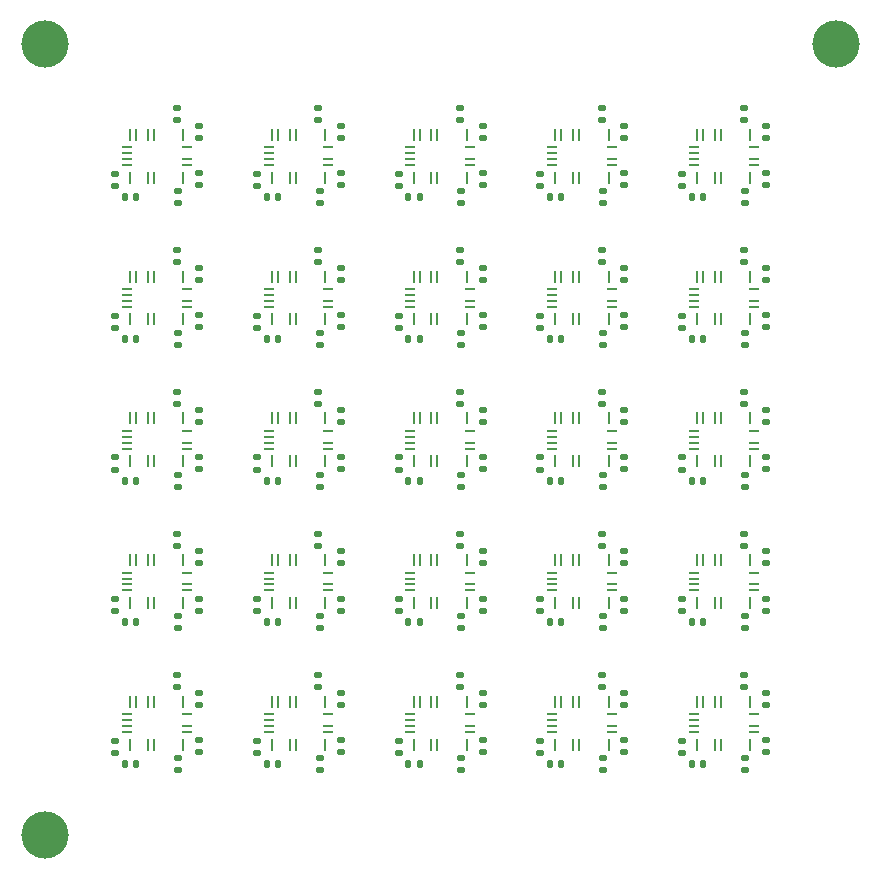
<source format=gbr>
%TF.GenerationSoftware,KiCad,Pcbnew,7.0.6-1.fc38*%
%TF.CreationDate,2023-07-26T15:00:37-04:00*%
%TF.ProjectId,bno085-i2c-board-v4-panel,626e6f30-3835-42d6-9932-632d626f6172,rev?*%
%TF.SameCoordinates,Original*%
%TF.FileFunction,Paste,Top*%
%TF.FilePolarity,Positive*%
%FSLAX46Y46*%
G04 Gerber Fmt 4.6, Leading zero omitted, Abs format (unit mm)*
G04 Created by KiCad (PCBNEW 7.0.6-1.fc38) date 2023-07-26 15:00:37*
%MOMM*%
%LPD*%
G01*
G04 APERTURE LIST*
G04 Aperture macros list*
%AMRoundRect*
0 Rectangle with rounded corners*
0 $1 Rounding radius*
0 $2 $3 $4 $5 $6 $7 $8 $9 X,Y pos of 4 corners*
0 Add a 4 corners polygon primitive as box body*
4,1,4,$2,$3,$4,$5,$6,$7,$8,$9,$2,$3,0*
0 Add four circle primitives for the rounded corners*
1,1,$1+$1,$2,$3*
1,1,$1+$1,$4,$5*
1,1,$1+$1,$6,$7*
1,1,$1+$1,$8,$9*
0 Add four rect primitives between the rounded corners*
20,1,$1+$1,$2,$3,$4,$5,0*
20,1,$1+$1,$4,$5,$6,$7,0*
20,1,$1+$1,$6,$7,$8,$9,0*
20,1,$1+$1,$8,$9,$2,$3,0*%
G04 Aperture macros list end*
%ADD10RoundRect,0.135000X-0.185000X0.135000X-0.185000X-0.135000X0.185000X-0.135000X0.185000X0.135000X0*%
%ADD11R,0.254000X0.975000*%
%ADD12R,0.950000X0.254000*%
%ADD13RoundRect,0.140000X0.140000X0.170000X-0.140000X0.170000X-0.140000X-0.170000X0.140000X-0.170000X0*%
%ADD14RoundRect,0.135000X0.185000X-0.135000X0.185000X0.135000X-0.185000X0.135000X-0.185000X-0.135000X0*%
%ADD15C,4.000000*%
G04 APERTURE END LIST*
D10*
%TO.C,R5*%
X63579999Y-33450004D03*
X63579999Y-34470004D03*
%TD*%
D11*
%TO.C,U1*%
X21749999Y-46187504D03*
D12*
X21474999Y-47250004D03*
X21474999Y-47750004D03*
X21474999Y-48250004D03*
X21474999Y-48750004D03*
D11*
X21749999Y-49812504D03*
X23249999Y-49812504D03*
X23749999Y-49812504D03*
X26249999Y-49812504D03*
D12*
X26524999Y-48750004D03*
X26524999Y-48250004D03*
X26524999Y-47250004D03*
D11*
X26249999Y-46187504D03*
X23749999Y-46187504D03*
X23249999Y-46187504D03*
X22249999Y-46187504D03*
%TD*%
D10*
%TO.C,R3*%
X20479999Y-61502707D03*
X20479999Y-62522707D03*
%TD*%
%TO.C,R5*%
X15579999Y-45450004D03*
X15579999Y-46470004D03*
%TD*%
D11*
%TO.C,U1*%
X45749999Y-34187504D03*
D12*
X45474999Y-35250004D03*
X45474999Y-35750004D03*
X45474999Y-36250004D03*
X45474999Y-36750004D03*
D11*
X45749999Y-37812504D03*
X47249999Y-37812504D03*
X47749999Y-37812504D03*
X50249999Y-37812504D03*
D12*
X50524999Y-36750004D03*
X50524999Y-36250004D03*
X50524999Y-35250004D03*
D11*
X50249999Y-34187504D03*
X47749999Y-34187504D03*
X47249999Y-34187504D03*
X46249999Y-34187504D03*
%TD*%
D10*
%TO.C,R3*%
X20479999Y-13502707D03*
X20479999Y-14522707D03*
%TD*%
%TO.C,R5*%
X63579999Y-9450004D03*
X63579999Y-10470004D03*
%TD*%
D13*
%TO.C,C1*%
X46259999Y-39460004D03*
X45299999Y-39460004D03*
%TD*%
D10*
%TO.C,R3*%
X44479999Y-61502707D03*
X44479999Y-62522707D03*
%TD*%
D14*
%TO.C,R1*%
X25779999Y-39970004D03*
X25779999Y-38950004D03*
%TD*%
%TO.C,R4*%
X25679999Y-8970004D03*
X25679999Y-7950004D03*
%TD*%
D10*
%TO.C,R2*%
X27579999Y-37450004D03*
X27579999Y-38470004D03*
%TD*%
%TO.C,R2*%
X27579999Y-49450004D03*
X27579999Y-50470004D03*
%TD*%
D11*
%TO.C,U1*%
X21749999Y-22187504D03*
D12*
X21474999Y-23250004D03*
X21474999Y-23750004D03*
X21474999Y-24250004D03*
X21474999Y-24750004D03*
D11*
X21749999Y-25812504D03*
X23249999Y-25812504D03*
X23749999Y-25812504D03*
X26249999Y-25812504D03*
D12*
X26524999Y-24750004D03*
X26524999Y-24250004D03*
X26524999Y-23250004D03*
D11*
X26249999Y-22187504D03*
X23749999Y-22187504D03*
X23249999Y-22187504D03*
X22249999Y-22187504D03*
%TD*%
D14*
%TO.C,R1*%
X61779999Y-27970004D03*
X61779999Y-26950004D03*
%TD*%
D13*
%TO.C,C1*%
X58259999Y-63460004D03*
X57299999Y-63460004D03*
%TD*%
D11*
%TO.C,U1*%
X45749999Y-22187504D03*
D12*
X45474999Y-23250004D03*
X45474999Y-23750004D03*
X45474999Y-24250004D03*
X45474999Y-24750004D03*
D11*
X45749999Y-25812504D03*
X47249999Y-25812504D03*
X47749999Y-25812504D03*
X50249999Y-25812504D03*
D12*
X50524999Y-24750004D03*
X50524999Y-24250004D03*
X50524999Y-23250004D03*
D11*
X50249999Y-22187504D03*
X47749999Y-22187504D03*
X47249999Y-22187504D03*
X46249999Y-22187504D03*
%TD*%
D10*
%TO.C,R3*%
X56479999Y-37502707D03*
X56479999Y-38522707D03*
%TD*%
D13*
%TO.C,C1*%
X22259999Y-15460004D03*
X21299999Y-15460004D03*
%TD*%
D10*
%TO.C,R3*%
X32479999Y-49502707D03*
X32479999Y-50522707D03*
%TD*%
D13*
%TO.C,C1*%
X10259999Y-39460004D03*
X9299999Y-39460004D03*
%TD*%
D11*
%TO.C,U1*%
X9749999Y-46187504D03*
D12*
X9474999Y-47250004D03*
X9474999Y-47750004D03*
X9474999Y-48250004D03*
X9474999Y-48750004D03*
D11*
X9749999Y-49812504D03*
X11249999Y-49812504D03*
X11749999Y-49812504D03*
X14249999Y-49812504D03*
D12*
X14524999Y-48750004D03*
X14524999Y-48250004D03*
X14524999Y-47250004D03*
D11*
X14249999Y-46187504D03*
X11749999Y-46187504D03*
X11249999Y-46187504D03*
X10249999Y-46187504D03*
%TD*%
D14*
%TO.C,R4*%
X49679999Y-20970004D03*
X49679999Y-19950004D03*
%TD*%
D10*
%TO.C,R5*%
X39579999Y-45450004D03*
X39579999Y-46470004D03*
%TD*%
D15*
%TO.C,REF\u002A\u002A*%
X69499999Y-2500000D03*
%TD*%
D11*
%TO.C,U1*%
X9749999Y-10187504D03*
D12*
X9474999Y-11250004D03*
X9474999Y-11750004D03*
X9474999Y-12250004D03*
X9474999Y-12750004D03*
D11*
X9749999Y-13812504D03*
X11249999Y-13812504D03*
X11749999Y-13812504D03*
X14249999Y-13812504D03*
D12*
X14524999Y-12750004D03*
X14524999Y-12250004D03*
X14524999Y-11250004D03*
D11*
X14249999Y-10187504D03*
X11749999Y-10187504D03*
X11249999Y-10187504D03*
X10249999Y-10187504D03*
%TD*%
D13*
%TO.C,C1*%
X22259999Y-39460004D03*
X21299999Y-39460004D03*
%TD*%
D10*
%TO.C,R5*%
X27579999Y-45450004D03*
X27579999Y-46470004D03*
%TD*%
D14*
%TO.C,R4*%
X13679999Y-44970004D03*
X13679999Y-43950004D03*
%TD*%
%TO.C,R1*%
X49779999Y-63970004D03*
X49779999Y-62950004D03*
%TD*%
D11*
%TO.C,U1*%
X33749999Y-22187504D03*
D12*
X33474999Y-23250004D03*
X33474999Y-23750004D03*
X33474999Y-24250004D03*
X33474999Y-24750004D03*
D11*
X33749999Y-25812504D03*
X35249999Y-25812504D03*
X35749999Y-25812504D03*
X38249999Y-25812504D03*
D12*
X38524999Y-24750004D03*
X38524999Y-24250004D03*
X38524999Y-23250004D03*
D11*
X38249999Y-22187504D03*
X35749999Y-22187504D03*
X35249999Y-22187504D03*
X34249999Y-22187504D03*
%TD*%
D10*
%TO.C,R2*%
X27579999Y-61450004D03*
X27579999Y-62470004D03*
%TD*%
%TO.C,R5*%
X15579999Y-21450004D03*
X15579999Y-22470004D03*
%TD*%
D14*
%TO.C,R1*%
X37779999Y-39970004D03*
X37779999Y-38950004D03*
%TD*%
D13*
%TO.C,C1*%
X22259999Y-51460004D03*
X21299999Y-51460004D03*
%TD*%
D10*
%TO.C,R5*%
X39579999Y-21450004D03*
X39579999Y-22470004D03*
%TD*%
%TO.C,R5*%
X51579999Y-33450004D03*
X51579999Y-34470004D03*
%TD*%
%TO.C,R5*%
X63579999Y-21450004D03*
X63579999Y-22470004D03*
%TD*%
%TO.C,R2*%
X39579999Y-49450004D03*
X39579999Y-50470004D03*
%TD*%
D13*
%TO.C,C1*%
X34259999Y-27460004D03*
X33299999Y-27460004D03*
%TD*%
D10*
%TO.C,R3*%
X20479999Y-25502707D03*
X20479999Y-26522707D03*
%TD*%
%TO.C,R3*%
X56479999Y-25502707D03*
X56479999Y-26522707D03*
%TD*%
%TO.C,R5*%
X51579999Y-21450004D03*
X51579999Y-22470004D03*
%TD*%
D11*
%TO.C,U1*%
X57749999Y-22187504D03*
D12*
X57474999Y-23250004D03*
X57474999Y-23750004D03*
X57474999Y-24250004D03*
X57474999Y-24750004D03*
D11*
X57749999Y-25812504D03*
X59249999Y-25812504D03*
X59749999Y-25812504D03*
X62249999Y-25812504D03*
D12*
X62524999Y-24750004D03*
X62524999Y-24250004D03*
X62524999Y-23250004D03*
D11*
X62249999Y-22187504D03*
X59749999Y-22187504D03*
X59249999Y-22187504D03*
X58249999Y-22187504D03*
%TD*%
D10*
%TO.C,R2*%
X51579999Y-25450004D03*
X51579999Y-26470004D03*
%TD*%
%TO.C,R2*%
X15579999Y-25450004D03*
X15579999Y-26470004D03*
%TD*%
D14*
%TO.C,R1*%
X13779999Y-63970004D03*
X13779999Y-62950004D03*
%TD*%
D10*
%TO.C,R2*%
X15579999Y-61450004D03*
X15579999Y-62470004D03*
%TD*%
D14*
%TO.C,R4*%
X37679999Y-8970004D03*
X37679999Y-7950004D03*
%TD*%
D15*
%TO.C,REF\u002A\u002A*%
X2500000Y-2500000D03*
%TD*%
D10*
%TO.C,R2*%
X39579999Y-61450004D03*
X39579999Y-62470004D03*
%TD*%
D13*
%TO.C,C1*%
X10259999Y-27460004D03*
X9299999Y-27460004D03*
%TD*%
D10*
%TO.C,R2*%
X63579999Y-61450004D03*
X63579999Y-62470004D03*
%TD*%
%TO.C,R2*%
X27579999Y-13450004D03*
X27579999Y-14470004D03*
%TD*%
D11*
%TO.C,U1*%
X45749999Y-58187504D03*
D12*
X45474999Y-59250004D03*
X45474999Y-59750004D03*
X45474999Y-60250004D03*
X45474999Y-60750004D03*
D11*
X45749999Y-61812504D03*
X47249999Y-61812504D03*
X47749999Y-61812504D03*
X50249999Y-61812504D03*
D12*
X50524999Y-60750004D03*
X50524999Y-60250004D03*
X50524999Y-59250004D03*
D11*
X50249999Y-58187504D03*
X47749999Y-58187504D03*
X47249999Y-58187504D03*
X46249999Y-58187504D03*
%TD*%
D10*
%TO.C,R3*%
X44479999Y-37502707D03*
X44479999Y-38522707D03*
%TD*%
D13*
%TO.C,C1*%
X58259999Y-15460004D03*
X57299999Y-15460004D03*
%TD*%
D14*
%TO.C,R1*%
X49779999Y-39970004D03*
X49779999Y-38950004D03*
%TD*%
%TO.C,R4*%
X61679999Y-20970004D03*
X61679999Y-19950004D03*
%TD*%
D10*
%TO.C,R3*%
X32479999Y-25502707D03*
X32479999Y-26522707D03*
%TD*%
D14*
%TO.C,R4*%
X13679999Y-32970004D03*
X13679999Y-31950004D03*
%TD*%
%TO.C,R1*%
X37779999Y-63970004D03*
X37779999Y-62950004D03*
%TD*%
D10*
%TO.C,R5*%
X27579999Y-21450004D03*
X27579999Y-22470004D03*
%TD*%
D14*
%TO.C,R4*%
X49679999Y-8970004D03*
X49679999Y-7950004D03*
%TD*%
D10*
%TO.C,R3*%
X32479999Y-37502707D03*
X32479999Y-38522707D03*
%TD*%
D14*
%TO.C,R1*%
X13779999Y-39970004D03*
X13779999Y-38950004D03*
%TD*%
%TO.C,R1*%
X25779999Y-63970004D03*
X25779999Y-62950004D03*
%TD*%
D13*
%TO.C,C1*%
X34259999Y-63460004D03*
X33299999Y-63460004D03*
%TD*%
D10*
%TO.C,R2*%
X63579999Y-49450004D03*
X63579999Y-50470004D03*
%TD*%
D11*
%TO.C,U1*%
X9749999Y-34187504D03*
D12*
X9474999Y-35250004D03*
X9474999Y-35750004D03*
X9474999Y-36250004D03*
X9474999Y-36750004D03*
D11*
X9749999Y-37812504D03*
X11249999Y-37812504D03*
X11749999Y-37812504D03*
X14249999Y-37812504D03*
D12*
X14524999Y-36750004D03*
X14524999Y-36250004D03*
X14524999Y-35250004D03*
D11*
X14249999Y-34187504D03*
X11749999Y-34187504D03*
X11249999Y-34187504D03*
X10249999Y-34187504D03*
%TD*%
D14*
%TO.C,R1*%
X25779999Y-51970004D03*
X25779999Y-50950004D03*
%TD*%
D10*
%TO.C,R3*%
X44479999Y-25502707D03*
X44479999Y-26522707D03*
%TD*%
D11*
%TO.C,U1*%
X21749999Y-58187504D03*
D12*
X21474999Y-59250004D03*
X21474999Y-59750004D03*
X21474999Y-60250004D03*
X21474999Y-60750004D03*
D11*
X21749999Y-61812504D03*
X23249999Y-61812504D03*
X23749999Y-61812504D03*
X26249999Y-61812504D03*
D12*
X26524999Y-60750004D03*
X26524999Y-60250004D03*
X26524999Y-59250004D03*
D11*
X26249999Y-58187504D03*
X23749999Y-58187504D03*
X23249999Y-58187504D03*
X22249999Y-58187504D03*
%TD*%
D10*
%TO.C,R3*%
X8479999Y-13502707D03*
X8479999Y-14522707D03*
%TD*%
D13*
%TO.C,C1*%
X10259999Y-51460004D03*
X9299999Y-51460004D03*
%TD*%
D10*
%TO.C,R2*%
X51579999Y-61450004D03*
X51579999Y-62470004D03*
%TD*%
D14*
%TO.C,R4*%
X37679999Y-20970004D03*
X37679999Y-19950004D03*
%TD*%
D10*
%TO.C,R2*%
X63579999Y-25450004D03*
X63579999Y-26470004D03*
%TD*%
D15*
%TO.C,REF\u002A\u002A*%
X2500000Y-69500004D03*
%TD*%
D14*
%TO.C,R4*%
X13679999Y-56970004D03*
X13679999Y-55950004D03*
%TD*%
%TO.C,R4*%
X25679999Y-32970004D03*
X25679999Y-31950004D03*
%TD*%
%TO.C,R1*%
X25779999Y-27970004D03*
X25779999Y-26950004D03*
%TD*%
D13*
%TO.C,C1*%
X46259999Y-51460004D03*
X45299999Y-51460004D03*
%TD*%
D10*
%TO.C,R5*%
X15579999Y-57450004D03*
X15579999Y-58470004D03*
%TD*%
D14*
%TO.C,R1*%
X13779999Y-51970004D03*
X13779999Y-50950004D03*
%TD*%
%TO.C,R4*%
X25679999Y-56970004D03*
X25679999Y-55950004D03*
%TD*%
D10*
%TO.C,R3*%
X56479999Y-13502707D03*
X56479999Y-14522707D03*
%TD*%
%TO.C,R2*%
X39579999Y-25450004D03*
X39579999Y-26470004D03*
%TD*%
D11*
%TO.C,U1*%
X33749999Y-10187504D03*
D12*
X33474999Y-11250004D03*
X33474999Y-11750004D03*
X33474999Y-12250004D03*
X33474999Y-12750004D03*
D11*
X33749999Y-13812504D03*
X35249999Y-13812504D03*
X35749999Y-13812504D03*
X38249999Y-13812504D03*
D12*
X38524999Y-12750004D03*
X38524999Y-12250004D03*
X38524999Y-11250004D03*
D11*
X38249999Y-10187504D03*
X35749999Y-10187504D03*
X35249999Y-10187504D03*
X34249999Y-10187504D03*
%TD*%
D10*
%TO.C,R3*%
X8479999Y-25502707D03*
X8479999Y-26522707D03*
%TD*%
D13*
%TO.C,C1*%
X58259999Y-39460004D03*
X57299999Y-39460004D03*
%TD*%
D10*
%TO.C,R5*%
X63579999Y-45450004D03*
X63579999Y-46470004D03*
%TD*%
D14*
%TO.C,R4*%
X25679999Y-20970004D03*
X25679999Y-19950004D03*
%TD*%
%TO.C,R1*%
X49779999Y-27970004D03*
X49779999Y-26950004D03*
%TD*%
D10*
%TO.C,R5*%
X27579999Y-33450004D03*
X27579999Y-34470004D03*
%TD*%
D14*
%TO.C,R1*%
X61779999Y-15970004D03*
X61779999Y-14950004D03*
%TD*%
%TO.C,R4*%
X13679999Y-8970004D03*
X13679999Y-7950004D03*
%TD*%
D10*
%TO.C,R5*%
X15579999Y-33450004D03*
X15579999Y-34470004D03*
%TD*%
D11*
%TO.C,U1*%
X45749999Y-10187504D03*
D12*
X45474999Y-11250004D03*
X45474999Y-11750004D03*
X45474999Y-12250004D03*
X45474999Y-12750004D03*
D11*
X45749999Y-13812504D03*
X47249999Y-13812504D03*
X47749999Y-13812504D03*
X50249999Y-13812504D03*
D12*
X50524999Y-12750004D03*
X50524999Y-12250004D03*
X50524999Y-11250004D03*
D11*
X50249999Y-10187504D03*
X47749999Y-10187504D03*
X47249999Y-10187504D03*
X46249999Y-10187504D03*
%TD*%
D10*
%TO.C,R5*%
X51579999Y-9450004D03*
X51579999Y-10470004D03*
%TD*%
%TO.C,R2*%
X51579999Y-49450004D03*
X51579999Y-50470004D03*
%TD*%
%TO.C,R3*%
X56479999Y-61502707D03*
X56479999Y-62522707D03*
%TD*%
%TO.C,R3*%
X8479999Y-49502707D03*
X8479999Y-50522707D03*
%TD*%
D14*
%TO.C,R4*%
X37679999Y-56970004D03*
X37679999Y-55950004D03*
%TD*%
D13*
%TO.C,C1*%
X22259999Y-63460004D03*
X21299999Y-63460004D03*
%TD*%
D10*
%TO.C,R5*%
X51579999Y-45450004D03*
X51579999Y-46470004D03*
%TD*%
D13*
%TO.C,C1*%
X34259999Y-39460004D03*
X33299999Y-39460004D03*
%TD*%
D10*
%TO.C,R2*%
X51579999Y-37450004D03*
X51579999Y-38470004D03*
%TD*%
%TO.C,R2*%
X39579999Y-13450004D03*
X39579999Y-14470004D03*
%TD*%
D14*
%TO.C,R4*%
X37679999Y-44970004D03*
X37679999Y-43950004D03*
%TD*%
D10*
%TO.C,R3*%
X44479999Y-49502707D03*
X44479999Y-50522707D03*
%TD*%
D13*
%TO.C,C1*%
X46259999Y-15460004D03*
X45299999Y-15460004D03*
%TD*%
D14*
%TO.C,R1*%
X49779999Y-15970004D03*
X49779999Y-14950004D03*
%TD*%
D10*
%TO.C,R2*%
X63579999Y-13450004D03*
X63579999Y-14470004D03*
%TD*%
D14*
%TO.C,R1*%
X13779999Y-27970004D03*
X13779999Y-26950004D03*
%TD*%
D13*
%TO.C,C1*%
X10259999Y-15460004D03*
X9299999Y-15460004D03*
%TD*%
%TO.C,C1*%
X58259999Y-27460004D03*
X57299999Y-27460004D03*
%TD*%
D10*
%TO.C,R5*%
X15579999Y-9450004D03*
X15579999Y-10470004D03*
%TD*%
D11*
%TO.C,U1*%
X9749999Y-58187504D03*
D12*
X9474999Y-59250004D03*
X9474999Y-59750004D03*
X9474999Y-60250004D03*
X9474999Y-60750004D03*
D11*
X9749999Y-61812504D03*
X11249999Y-61812504D03*
X11749999Y-61812504D03*
X14249999Y-61812504D03*
D12*
X14524999Y-60750004D03*
X14524999Y-60250004D03*
X14524999Y-59250004D03*
D11*
X14249999Y-58187504D03*
X11749999Y-58187504D03*
X11249999Y-58187504D03*
X10249999Y-58187504D03*
%TD*%
%TO.C,U1*%
X33749999Y-58187504D03*
D12*
X33474999Y-59250004D03*
X33474999Y-59750004D03*
X33474999Y-60250004D03*
X33474999Y-60750004D03*
D11*
X33749999Y-61812504D03*
X35249999Y-61812504D03*
X35749999Y-61812504D03*
X38249999Y-61812504D03*
D12*
X38524999Y-60750004D03*
X38524999Y-60250004D03*
X38524999Y-59250004D03*
D11*
X38249999Y-58187504D03*
X35749999Y-58187504D03*
X35249999Y-58187504D03*
X34249999Y-58187504D03*
%TD*%
D10*
%TO.C,R3*%
X20479999Y-37502707D03*
X20479999Y-38522707D03*
%TD*%
D14*
%TO.C,R4*%
X13679999Y-20970004D03*
X13679999Y-19950004D03*
%TD*%
%TO.C,R4*%
X37679999Y-32970004D03*
X37679999Y-31950004D03*
%TD*%
D13*
%TO.C,C1*%
X34259999Y-15460004D03*
X33299999Y-15460004D03*
%TD*%
%TO.C,C1*%
X46259999Y-27460004D03*
X45299999Y-27460004D03*
%TD*%
D10*
%TO.C,R2*%
X63579999Y-37450004D03*
X63579999Y-38470004D03*
%TD*%
D14*
%TO.C,R1*%
X37779999Y-27970004D03*
X37779999Y-26950004D03*
%TD*%
D10*
%TO.C,R2*%
X51579999Y-13450004D03*
X51579999Y-14470004D03*
%TD*%
D11*
%TO.C,U1*%
X45749999Y-46187504D03*
D12*
X45474999Y-47250004D03*
X45474999Y-47750004D03*
X45474999Y-48250004D03*
X45474999Y-48750004D03*
D11*
X45749999Y-49812504D03*
X47249999Y-49812504D03*
X47749999Y-49812504D03*
X50249999Y-49812504D03*
D12*
X50524999Y-48750004D03*
X50524999Y-48250004D03*
X50524999Y-47250004D03*
D11*
X50249999Y-46187504D03*
X47749999Y-46187504D03*
X47249999Y-46187504D03*
X46249999Y-46187504D03*
%TD*%
D14*
%TO.C,R4*%
X49679999Y-32970004D03*
X49679999Y-31950004D03*
%TD*%
D11*
%TO.C,U1*%
X21749999Y-10187504D03*
D12*
X21474999Y-11250004D03*
X21474999Y-11750004D03*
X21474999Y-12250004D03*
X21474999Y-12750004D03*
D11*
X21749999Y-13812504D03*
X23249999Y-13812504D03*
X23749999Y-13812504D03*
X26249999Y-13812504D03*
D12*
X26524999Y-12750004D03*
X26524999Y-12250004D03*
X26524999Y-11250004D03*
D11*
X26249999Y-10187504D03*
X23749999Y-10187504D03*
X23249999Y-10187504D03*
X22249999Y-10187504D03*
%TD*%
D10*
%TO.C,R2*%
X15579999Y-49450004D03*
X15579999Y-50470004D03*
%TD*%
%TO.C,R3*%
X32479999Y-13502707D03*
X32479999Y-14522707D03*
%TD*%
D11*
%TO.C,U1*%
X57749999Y-46187504D03*
D12*
X57474999Y-47250004D03*
X57474999Y-47750004D03*
X57474999Y-48250004D03*
X57474999Y-48750004D03*
D11*
X57749999Y-49812504D03*
X59249999Y-49812504D03*
X59749999Y-49812504D03*
X62249999Y-49812504D03*
D12*
X62524999Y-48750004D03*
X62524999Y-48250004D03*
X62524999Y-47250004D03*
D11*
X62249999Y-46187504D03*
X59749999Y-46187504D03*
X59249999Y-46187504D03*
X58249999Y-46187504D03*
%TD*%
D13*
%TO.C,C1*%
X58259999Y-51460004D03*
X57299999Y-51460004D03*
%TD*%
%TO.C,C1*%
X22259999Y-27460004D03*
X21299999Y-27460004D03*
%TD*%
D10*
%TO.C,R5*%
X51579999Y-57450004D03*
X51579999Y-58470004D03*
%TD*%
D14*
%TO.C,R1*%
X61779999Y-39970004D03*
X61779999Y-38950004D03*
%TD*%
D10*
%TO.C,R2*%
X27579999Y-25450004D03*
X27579999Y-26470004D03*
%TD*%
%TO.C,R3*%
X20479999Y-49502707D03*
X20479999Y-50522707D03*
%TD*%
D14*
%TO.C,R1*%
X61779999Y-51970004D03*
X61779999Y-50950004D03*
%TD*%
%TO.C,R4*%
X61679999Y-32970004D03*
X61679999Y-31950004D03*
%TD*%
%TO.C,R4*%
X49679999Y-56970004D03*
X49679999Y-55950004D03*
%TD*%
%TO.C,R1*%
X37779999Y-51970004D03*
X37779999Y-50950004D03*
%TD*%
D10*
%TO.C,R5*%
X63579999Y-57450004D03*
X63579999Y-58470004D03*
%TD*%
%TO.C,R2*%
X39579999Y-37450004D03*
X39579999Y-38470004D03*
%TD*%
D14*
%TO.C,R1*%
X61779999Y-63970004D03*
X61779999Y-62950004D03*
%TD*%
%TO.C,R1*%
X49779999Y-51970004D03*
X49779999Y-50950004D03*
%TD*%
%TO.C,R1*%
X25779999Y-15970004D03*
X25779999Y-14950004D03*
%TD*%
%TO.C,R1*%
X37779999Y-15970004D03*
X37779999Y-14950004D03*
%TD*%
D10*
%TO.C,R2*%
X15579999Y-37450004D03*
X15579999Y-38470004D03*
%TD*%
D11*
%TO.C,U1*%
X57749999Y-34187504D03*
D12*
X57474999Y-35250004D03*
X57474999Y-35750004D03*
X57474999Y-36250004D03*
X57474999Y-36750004D03*
D11*
X57749999Y-37812504D03*
X59249999Y-37812504D03*
X59749999Y-37812504D03*
X62249999Y-37812504D03*
D12*
X62524999Y-36750004D03*
X62524999Y-36250004D03*
X62524999Y-35250004D03*
D11*
X62249999Y-34187504D03*
X59749999Y-34187504D03*
X59249999Y-34187504D03*
X58249999Y-34187504D03*
%TD*%
D10*
%TO.C,R3*%
X8479999Y-61502707D03*
X8479999Y-62522707D03*
%TD*%
D13*
%TO.C,C1*%
X46259999Y-63460004D03*
X45299999Y-63460004D03*
%TD*%
D14*
%TO.C,R4*%
X25679999Y-44970004D03*
X25679999Y-43950004D03*
%TD*%
D13*
%TO.C,C1*%
X10259999Y-63460004D03*
X9299999Y-63460004D03*
%TD*%
D14*
%TO.C,R4*%
X61679999Y-56970004D03*
X61679999Y-55950004D03*
%TD*%
D10*
%TO.C,R5*%
X39579999Y-9450004D03*
X39579999Y-10470004D03*
%TD*%
D14*
%TO.C,R4*%
X49679999Y-44970004D03*
X49679999Y-43950004D03*
%TD*%
%TO.C,R4*%
X61679999Y-44970004D03*
X61679999Y-43950004D03*
%TD*%
D10*
%TO.C,R3*%
X56479999Y-49502707D03*
X56479999Y-50522707D03*
%TD*%
D11*
%TO.C,U1*%
X57749999Y-58187504D03*
D12*
X57474999Y-59250004D03*
X57474999Y-59750004D03*
X57474999Y-60250004D03*
X57474999Y-60750004D03*
D11*
X57749999Y-61812504D03*
X59249999Y-61812504D03*
X59749999Y-61812504D03*
X62249999Y-61812504D03*
D12*
X62524999Y-60750004D03*
X62524999Y-60250004D03*
X62524999Y-59250004D03*
D11*
X62249999Y-58187504D03*
X59749999Y-58187504D03*
X59249999Y-58187504D03*
X58249999Y-58187504D03*
%TD*%
%TO.C,U1*%
X33749999Y-46187504D03*
D12*
X33474999Y-47250004D03*
X33474999Y-47750004D03*
X33474999Y-48250004D03*
X33474999Y-48750004D03*
D11*
X33749999Y-49812504D03*
X35249999Y-49812504D03*
X35749999Y-49812504D03*
X38249999Y-49812504D03*
D12*
X38524999Y-48750004D03*
X38524999Y-48250004D03*
X38524999Y-47250004D03*
D11*
X38249999Y-46187504D03*
X35749999Y-46187504D03*
X35249999Y-46187504D03*
X34249999Y-46187504D03*
%TD*%
%TO.C,U1*%
X33749999Y-34187504D03*
D12*
X33474999Y-35250004D03*
X33474999Y-35750004D03*
X33474999Y-36250004D03*
X33474999Y-36750004D03*
D11*
X33749999Y-37812504D03*
X35249999Y-37812504D03*
X35749999Y-37812504D03*
X38249999Y-37812504D03*
D12*
X38524999Y-36750004D03*
X38524999Y-36250004D03*
X38524999Y-35250004D03*
D11*
X38249999Y-34187504D03*
X35749999Y-34187504D03*
X35249999Y-34187504D03*
X34249999Y-34187504D03*
%TD*%
D10*
%TO.C,R5*%
X27579999Y-57450004D03*
X27579999Y-58470004D03*
%TD*%
D14*
%TO.C,R4*%
X61679999Y-8970004D03*
X61679999Y-7950004D03*
%TD*%
D10*
%TO.C,R3*%
X8479999Y-37502707D03*
X8479999Y-38522707D03*
%TD*%
D13*
%TO.C,C1*%
X34259999Y-51460004D03*
X33299999Y-51460004D03*
%TD*%
D10*
%TO.C,R3*%
X44479999Y-13502707D03*
X44479999Y-14522707D03*
%TD*%
%TO.C,R5*%
X27579999Y-9450004D03*
X27579999Y-10470004D03*
%TD*%
%TO.C,R2*%
X15579999Y-13450004D03*
X15579999Y-14470004D03*
%TD*%
D11*
%TO.C,U1*%
X9749999Y-22187504D03*
D12*
X9474999Y-23250004D03*
X9474999Y-23750004D03*
X9474999Y-24250004D03*
X9474999Y-24750004D03*
D11*
X9749999Y-25812504D03*
X11249999Y-25812504D03*
X11749999Y-25812504D03*
X14249999Y-25812504D03*
D12*
X14524999Y-24750004D03*
X14524999Y-24250004D03*
X14524999Y-23250004D03*
D11*
X14249999Y-22187504D03*
X11749999Y-22187504D03*
X11249999Y-22187504D03*
X10249999Y-22187504D03*
%TD*%
D10*
%TO.C,R3*%
X32479999Y-61502707D03*
X32479999Y-62522707D03*
%TD*%
D11*
%TO.C,U1*%
X21749999Y-34187504D03*
D12*
X21474999Y-35250004D03*
X21474999Y-35750004D03*
X21474999Y-36250004D03*
X21474999Y-36750004D03*
D11*
X21749999Y-37812504D03*
X23249999Y-37812504D03*
X23749999Y-37812504D03*
X26249999Y-37812504D03*
D12*
X26524999Y-36750004D03*
X26524999Y-36250004D03*
X26524999Y-35250004D03*
D11*
X26249999Y-34187504D03*
X23749999Y-34187504D03*
X23249999Y-34187504D03*
X22249999Y-34187504D03*
%TD*%
D10*
%TO.C,R5*%
X39579999Y-33450004D03*
X39579999Y-34470004D03*
%TD*%
D11*
%TO.C,U1*%
X57749999Y-10187504D03*
D12*
X57474999Y-11250004D03*
X57474999Y-11750004D03*
X57474999Y-12250004D03*
X57474999Y-12750004D03*
D11*
X57749999Y-13812504D03*
X59249999Y-13812504D03*
X59749999Y-13812504D03*
X62249999Y-13812504D03*
D12*
X62524999Y-12750004D03*
X62524999Y-12250004D03*
X62524999Y-11250004D03*
D11*
X62249999Y-10187504D03*
X59749999Y-10187504D03*
X59249999Y-10187504D03*
X58249999Y-10187504D03*
%TD*%
D14*
%TO.C,R1*%
X13779999Y-15970004D03*
X13779999Y-14950004D03*
%TD*%
D10*
%TO.C,R5*%
X39579999Y-57450004D03*
X39579999Y-58470004D03*
%TD*%
M02*

</source>
